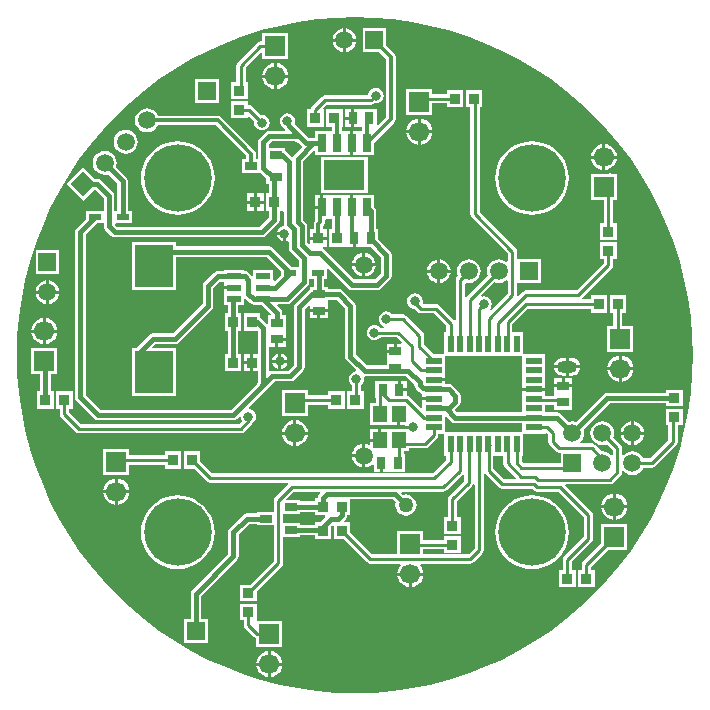
<source format=gtl>
G04 Layer_Physical_Order=1*
G04 Layer_Color=255*
%FSLAX24Y24*%
%MOIN*%
G70*
G01*
G75*
%ADD10R,0.0453X0.0551*%
%ADD11R,0.0390X0.0307*%
%ADD12R,0.0354X0.0374*%
%ADD13R,0.0374X0.0354*%
%ADD14R,0.0433X0.0256*%
%ADD15R,0.0307X0.0390*%
%ADD16R,0.1339X0.0989*%
%ADD17R,0.0276X0.0600*%
%ADD18R,0.0433X0.0197*%
%ADD19R,0.0581X0.0236*%
%ADD20R,0.0236X0.0581*%
%ADD21R,0.0472X0.0236*%
%ADD22R,0.1260X0.1398*%
%ADD23C,0.0100*%
%ADD24C,0.0150*%
%ADD25C,0.0120*%
%ADD26R,0.0669X0.0669*%
%ADD27C,0.0669*%
%ADD28R,0.0591X0.0591*%
%ADD29C,0.0591*%
%ADD30C,0.2244*%
%ADD31P,0.0835X4X90.0*%
%ADD32R,0.0591X0.0591*%
%ADD33O,0.0669X0.0394*%
%ADD34C,0.0315*%
%ADD35C,0.0500*%
G36*
X632Y11249D02*
X1261Y11196D01*
X1887Y11108D01*
X2507Y10984D01*
X3119Y10826D01*
X3721Y10634D01*
X4312Y10409D01*
X4888Y10151D01*
X5450Y9861D01*
X5994Y9540D01*
X6520Y9189D01*
X7025Y8809D01*
X7508Y8401D01*
X7967Y7967D01*
X8401Y7508D01*
X8809Y7025D01*
X9189Y6520D01*
X9540Y5994D01*
X9861Y5450D01*
X10151Y4888D01*
X10409Y4312D01*
X10634Y3721D01*
X10826Y3119D01*
X10984Y2507D01*
X11108Y1887D01*
X11196Y1261D01*
X11249Y632D01*
X11267Y0D01*
X11249Y-632D01*
X11196Y-1261D01*
X11108Y-1887D01*
X10984Y-2507D01*
X10826Y-3119D01*
X10634Y-3721D01*
X10409Y-4312D01*
X10151Y-4888D01*
X9861Y-5450D01*
X9540Y-5994D01*
X9189Y-6520D01*
X8809Y-7025D01*
X8401Y-7508D01*
X7967Y-7967D01*
X7508Y-8401D01*
X7025Y-8809D01*
X6520Y-9189D01*
X5994Y-9540D01*
X5450Y-9861D01*
X4888Y-10151D01*
X4312Y-10409D01*
X3721Y-10634D01*
X3119Y-10826D01*
X2507Y-10984D01*
X1887Y-11108D01*
X1261Y-11196D01*
X632Y-11249D01*
X0Y-11267D01*
X-632Y-11249D01*
X-1261Y-11196D01*
X-1887Y-11108D01*
X-2507Y-10984D01*
X-3119Y-10826D01*
X-3721Y-10634D01*
X-4312Y-10409D01*
X-4888Y-10151D01*
X-5450Y-9861D01*
X-5994Y-9540D01*
X-6520Y-9189D01*
X-7025Y-8809D01*
X-7508Y-8401D01*
X-7967Y-7967D01*
X-8401Y-7508D01*
X-8809Y-7025D01*
X-9189Y-6520D01*
X-9540Y-5994D01*
X-9861Y-5450D01*
X-10151Y-4888D01*
X-10409Y-4312D01*
X-10634Y-3721D01*
X-10826Y-3119D01*
X-10984Y-2507D01*
X-11108Y-1887D01*
X-11196Y-1261D01*
X-11249Y-632D01*
X-11267Y0D01*
X-11249Y632D01*
X-11196Y1261D01*
X-11108Y1887D01*
X-10984Y2507D01*
X-10826Y3119D01*
X-10634Y3721D01*
X-10409Y4312D01*
X-10151Y4888D01*
X-9861Y5450D01*
X-9540Y5994D01*
X-9189Y6520D01*
X-8809Y7025D01*
X-8401Y7508D01*
X-7967Y7967D01*
X-7508Y8401D01*
X-7025Y8809D01*
X-6520Y9189D01*
X-5994Y9540D01*
X-5450Y9861D01*
X-4888Y10151D01*
X-4312Y10409D01*
X-3721Y10634D01*
X-3119Y10826D01*
X-2507Y10984D01*
X-1887Y11108D01*
X-1261Y11196D01*
X-632Y11249D01*
X0Y11267D01*
X632Y11249D01*
D02*
G37*
%LPC*%
G36*
X8800Y-18D02*
X8737Y-27D01*
X8631Y-70D01*
X8540Y-140D01*
X8470Y-231D01*
X8427Y-337D01*
X8418Y-400D01*
X8800D01*
Y-18D01*
D02*
G37*
G36*
X-3263Y-8288D02*
X-3837D01*
Y-8842D01*
X-3703D01*
Y-9000D01*
X-3691Y-9059D01*
X-3658Y-9108D01*
X-3358Y-9408D01*
X-3309Y-9441D01*
X-3285Y-9446D01*
Y-9735D01*
X-2415D01*
Y-8865D01*
X-3223D01*
X-3263Y-8842D01*
X-3263Y-8820D01*
Y-8288D01*
D02*
G37*
G36*
X8900Y-18D02*
Y-400D01*
X9282D01*
X9273Y-337D01*
X9230Y-231D01*
X9160Y-140D01*
X9069Y-70D01*
X8963Y-27D01*
X8900Y-18D01*
D02*
G37*
G36*
X7210Y-92D02*
X7122D01*
Y-341D01*
X7503D01*
X7499Y-313D01*
X7469Y-241D01*
X7422Y-179D01*
X7360Y-132D01*
X7287Y-102D01*
X7210Y-92D01*
D02*
G37*
G36*
X7022D02*
X6934D01*
X6857Y-102D01*
X6785Y-132D01*
X6723Y-179D01*
X6675Y-241D01*
X6645Y-313D01*
X6641Y-341D01*
X7022D01*
Y-92D01*
D02*
G37*
G36*
X9085Y-5615D02*
X8215D01*
Y-6268D01*
X7607Y-6877D01*
X7574Y-6927D01*
X7562Y-6985D01*
Y-7163D01*
X7438D01*
Y-7737D01*
X7992D01*
Y-7163D01*
X7868D01*
Y-7048D01*
X8432Y-6485D01*
X9085D01*
Y-5615D01*
D02*
G37*
G36*
X9282Y-500D02*
X8900D01*
Y-882D01*
X8963Y-873D01*
X9069Y-830D01*
X9160Y-760D01*
X9230Y-669D01*
X9273Y-563D01*
X9282Y-500D01*
D02*
G37*
G36*
X8800D02*
X8418D01*
X8427Y-563D01*
X8470Y-669D01*
X8540Y-760D01*
X8631Y-830D01*
X8737Y-873D01*
X8800Y-882D01*
Y-500D01*
D02*
G37*
G36*
X7238Y-771D02*
X6993D01*
Y-974D01*
X7238D01*
Y-771D01*
D02*
G37*
G36*
X1800Y-7350D02*
X1418D01*
X1427Y-7413D01*
X1470Y-7519D01*
X1540Y-7610D01*
X1631Y-7680D01*
X1737Y-7723D01*
X1800Y-7732D01*
Y-7350D01*
D02*
G37*
G36*
X7503Y-441D02*
X7122D01*
Y-690D01*
X7210D01*
X7287Y-680D01*
X7360Y-650D01*
X7422Y-603D01*
X7469Y-541D01*
X7499Y-468D01*
X7503Y-441D01*
D02*
G37*
G36*
X7022D02*
X6641D01*
X6645Y-468D01*
X6675Y-541D01*
X6723Y-603D01*
X6785Y-650D01*
X6857Y-680D01*
X6934Y-690D01*
X7022D01*
Y-441D01*
D02*
G37*
G36*
X-10300Y1232D02*
Y850D01*
X-9918D01*
X-9927Y913D01*
X-9970Y1019D01*
X-10040Y1110D01*
X-10131Y1180D01*
X-10237Y1223D01*
X-10300Y1232D01*
D02*
G37*
G36*
X-10400D02*
X-10463Y1223D01*
X-10569Y1180D01*
X-10660Y1110D01*
X-10730Y1019D01*
X-10773Y913D01*
X-10782Y850D01*
X-10400D01*
Y1232D01*
D02*
G37*
G36*
X-9918Y750D02*
X-10300D01*
Y368D01*
X-10237Y377D01*
X-10131Y420D01*
X-10040Y490D01*
X-9970Y581D01*
X-9927Y687D01*
X-9918Y750D01*
D02*
G37*
G36*
X-10300Y2050D02*
X-10642D01*
X-10635Y1997D01*
X-10595Y1901D01*
X-10532Y1818D01*
X-10449Y1755D01*
X-10353Y1715D01*
X-10300Y1708D01*
Y2050D01*
D02*
G37*
G36*
X-905Y1424D02*
X-1150D01*
Y1221D01*
X-905D01*
Y1424D01*
D02*
G37*
G36*
X-1250D02*
X-1495D01*
Y1221D01*
X-1250D01*
Y1424D01*
D02*
G37*
G36*
X-10400Y750D02*
X-10782D01*
X-10773Y687D01*
X-10730Y581D01*
X-10660Y490D01*
X-10569Y420D01*
X-10463Y377D01*
X-10400Y368D01*
Y750D01*
D02*
G37*
G36*
X-2418Y-10350D02*
X-2800D01*
Y-10732D01*
X-2737Y-10723D01*
X-2631Y-10680D01*
X-2540Y-10610D01*
X-2470Y-10519D01*
X-2427Y-10413D01*
X-2418Y-10350D01*
D02*
G37*
G36*
X-2900Y-9868D02*
X-2963Y-9877D01*
X-3069Y-9920D01*
X-3160Y-9990D01*
X-3230Y-10081D01*
X-3273Y-10187D01*
X-3282Y-10250D01*
X-2900D01*
Y-9868D01*
D02*
G37*
G36*
X-2800D02*
Y-10250D01*
X-2418D01*
X-2427Y-10187D01*
X-2470Y-10081D01*
X-2540Y-9990D01*
X-2631Y-9920D01*
X-2737Y-9877D01*
X-2800Y-9868D01*
D02*
G37*
G36*
X-2900Y-10350D02*
X-3282D01*
X-3273Y-10413D01*
X-3230Y-10519D01*
X-3160Y-10610D01*
X-3069Y-10680D01*
X-2963Y-10723D01*
X-2900Y-10732D01*
Y-10350D01*
D02*
G37*
G36*
X1300Y379D02*
X1055D01*
Y176D01*
X1300D01*
Y379D01*
D02*
G37*
G36*
X9042Y1987D02*
X8488D01*
Y1413D01*
X8612D01*
Y985D01*
X8415D01*
Y115D01*
X9285D01*
Y985D01*
X8918D01*
Y1413D01*
X9042D01*
Y1987D01*
D02*
G37*
G36*
X6893Y-771D02*
X6648D01*
Y-974D01*
X6893D01*
Y-771D01*
D02*
G37*
G36*
X-8000Y-4118D02*
X-8063Y-4127D01*
X-8169Y-4170D01*
X-8260Y-4240D01*
X-8330Y-4331D01*
X-8373Y-4437D01*
X-8382Y-4500D01*
X-8000D01*
Y-4118D01*
D02*
G37*
G36*
X-7518Y-4600D02*
X-7900D01*
Y-4982D01*
X-7837Y-4973D01*
X-7731Y-4930D01*
X-7640Y-4860D01*
X-7570Y-4769D01*
X-7527Y-4663D01*
X-7518Y-4600D01*
D02*
G37*
G36*
X-8000D02*
X-8382D01*
X-8373Y-4663D01*
X-8330Y-4769D01*
X-8260Y-4860D01*
X-8169Y-4930D01*
X-8063Y-4973D01*
X-8000Y-4982D01*
Y-4600D01*
D02*
G37*
G36*
X250Y-3404D02*
X-92D01*
X-85Y-3457D01*
X-45Y-3553D01*
X18Y-3635D01*
X101Y-3699D01*
X197Y-3739D01*
X250Y-3746D01*
Y-3404D01*
D02*
G37*
G36*
X-7515Y-3115D02*
X-8385D01*
Y-3985D01*
X-7515D01*
Y-3653D01*
X-6342D01*
Y-3787D01*
X-5788D01*
Y-3213D01*
X-6342D01*
Y-3347D01*
X-7515D01*
Y-3115D01*
D02*
G37*
G36*
X-7900Y-4118D02*
Y-4500D01*
X-7518D01*
X-7527Y-4437D01*
X-7570Y-4331D01*
X-7640Y-4240D01*
X-7731Y-4170D01*
X-7837Y-4127D01*
X-7900Y-4118D01*
D02*
G37*
G36*
X8700Y-4618D02*
Y-5000D01*
X9082D01*
X9073Y-4937D01*
X9030Y-4831D01*
X8960Y-4740D01*
X8869Y-4670D01*
X8763Y-4627D01*
X8700Y-4618D01*
D02*
G37*
G36*
X5906Y-4680D02*
X5714Y-4695D01*
X5527Y-4740D01*
X5349Y-4813D01*
X5185Y-4914D01*
X5039Y-5039D01*
X4914Y-5185D01*
X4813Y-5349D01*
X4740Y-5527D01*
X4695Y-5714D01*
X4680Y-5906D01*
X4695Y-6097D01*
X4740Y-6284D01*
X4813Y-6462D01*
X4914Y-6626D01*
X5039Y-6772D01*
X5185Y-6897D01*
X5349Y-6998D01*
X5527Y-7071D01*
X5714Y-7116D01*
X5906Y-7131D01*
X6097Y-7116D01*
X6284Y-7071D01*
X6462Y-6998D01*
X6626Y-6897D01*
X6772Y-6772D01*
X6897Y-6626D01*
X6998Y-6462D01*
X7071Y-6284D01*
X7116Y-6097D01*
X7131Y-5906D01*
X7116Y-5714D01*
X7071Y-5527D01*
X6998Y-5349D01*
X6897Y-5185D01*
X6772Y-5039D01*
X6626Y-4914D01*
X6462Y-4813D01*
X6284Y-4740D01*
X6097Y-4695D01*
X5906Y-4680D01*
D02*
G37*
G36*
X-5906D02*
X-6097Y-4695D01*
X-6284Y-4740D01*
X-6462Y-4813D01*
X-6626Y-4914D01*
X-6772Y-5039D01*
X-6897Y-5185D01*
X-6998Y-5349D01*
X-7071Y-5527D01*
X-7116Y-5714D01*
X-7131Y-5906D01*
X-7116Y-6097D01*
X-7071Y-6284D01*
X-6998Y-6462D01*
X-6897Y-6626D01*
X-6772Y-6772D01*
X-6626Y-6897D01*
X-6462Y-6998D01*
X-6284Y-7071D01*
X-6097Y-7116D01*
X-5906Y-7131D01*
X-5714Y-7116D01*
X-5527Y-7071D01*
X-5349Y-6998D01*
X-5185Y-6897D01*
X-5039Y-6772D01*
X-4914Y-6626D01*
X-4813Y-6462D01*
X-4740Y-6284D01*
X-4695Y-6097D01*
X-4680Y-5906D01*
X-4695Y-5714D01*
X-4740Y-5527D01*
X-4813Y-5349D01*
X-4914Y-5185D01*
X-5039Y-5039D01*
X-5185Y-4914D01*
X-5349Y-4813D01*
X-5527Y-4740D01*
X-5714Y-4695D01*
X-5906Y-4680D01*
D02*
G37*
G36*
X2282Y-7350D02*
X1900D01*
Y-7732D01*
X1963Y-7723D01*
X2069Y-7680D01*
X2160Y-7610D01*
X2230Y-7519D01*
X2273Y-7413D01*
X2282Y-7350D01*
D02*
G37*
G36*
X8600Y-4618D02*
X8537Y-4627D01*
X8431Y-4670D01*
X8340Y-4740D01*
X8270Y-4831D01*
X8227Y-4937D01*
X8218Y-5000D01*
X8600D01*
Y-4618D01*
D02*
G37*
G36*
X9082Y-5100D02*
X8700D01*
Y-5482D01*
X8763Y-5473D01*
X8869Y-5430D01*
X8960Y-5360D01*
X9030Y-5269D01*
X9073Y-5163D01*
X9082Y-5100D01*
D02*
G37*
G36*
X8600D02*
X8218D01*
X8227Y-5163D01*
X8270Y-5269D01*
X8340Y-5360D01*
X8431Y-5430D01*
X8537Y-5473D01*
X8600Y-5482D01*
Y-5100D01*
D02*
G37*
G36*
X9300Y-2208D02*
Y-2550D01*
X9642D01*
X9635Y-2497D01*
X9595Y-2401D01*
X9532Y-2318D01*
X9449Y-2255D01*
X9353Y-2215D01*
X9300Y-2208D01*
D02*
G37*
G36*
X9200D02*
X9147Y-2215D01*
X9051Y-2255D01*
X8968Y-2318D01*
X8905Y-2401D01*
X8865Y-2497D01*
X8858Y-2550D01*
X9200D01*
Y-2208D01*
D02*
G37*
G36*
X-1950Y-2168D02*
Y-2550D01*
X-1568D01*
X-1577Y-2487D01*
X-1620Y-2381D01*
X-1690Y-2290D01*
X-1781Y-2220D01*
X-1887Y-2177D01*
X-1950Y-2168D01*
D02*
G37*
G36*
X1729Y-855D02*
X1526D01*
Y-1100D01*
X1729D01*
Y-855D01*
D02*
G37*
G36*
X-1565Y-1165D02*
X-2435D01*
Y-2035D01*
X-1565D01*
Y-1653D01*
X-892D01*
Y-1787D01*
X-338D01*
Y-1213D01*
X-892D01*
Y-1347D01*
X-1565D01*
Y-1165D01*
D02*
G37*
G36*
X-9915Y235D02*
X-10785D01*
Y-635D01*
X-10493D01*
Y-1213D01*
X-10592D01*
Y-1787D01*
X-10038D01*
Y-1213D01*
X-10137D01*
Y-635D01*
X-9915D01*
Y235D01*
D02*
G37*
G36*
X-2050Y-2168D02*
X-2113Y-2177D01*
X-2219Y-2220D01*
X-2310Y-2290D01*
X-2380Y-2381D01*
X-2423Y-2487D01*
X-2432Y-2550D01*
X-2050D01*
Y-2168D01*
D02*
G37*
G36*
X-1568Y-2650D02*
X-1950D01*
Y-3032D01*
X-1887Y-3023D01*
X-1781Y-2980D01*
X-1690Y-2910D01*
X-1620Y-2819D01*
X-1577Y-2713D01*
X-1568Y-2650D01*
D02*
G37*
G36*
X-2050D02*
X-2432D01*
X-2423Y-2713D01*
X-2380Y-2819D01*
X-2310Y-2910D01*
X-2219Y-2980D01*
X-2113Y-3023D01*
X-2050Y-3032D01*
Y-2650D01*
D02*
G37*
G36*
X250Y-2961D02*
X197Y-2968D01*
X101Y-3008D01*
X18Y-3072D01*
X-45Y-3154D01*
X-85Y-3250D01*
X-92Y-3304D01*
X250D01*
Y-2961D01*
D02*
G37*
G36*
X785Y-2457D02*
X509D01*
Y-2783D01*
X785D01*
Y-2457D01*
D02*
G37*
G36*
X9642Y-2650D02*
X9300D01*
Y-2992D01*
X9353Y-2985D01*
X9449Y-2945D01*
X9532Y-2882D01*
X9595Y-2799D01*
X9635Y-2703D01*
X9642Y-2650D01*
D02*
G37*
G36*
X9200D02*
X8858D01*
X8865Y-2703D01*
X8905Y-2799D01*
X8968Y-2882D01*
X9051Y-2945D01*
X9147Y-2985D01*
X9200Y-2992D01*
Y-2650D01*
D02*
G37*
G36*
X2100Y7882D02*
X2037Y7873D01*
X1931Y7830D01*
X1840Y7760D01*
X1770Y7669D01*
X1727Y7563D01*
X1718Y7500D01*
X2100D01*
Y7882D01*
D02*
G37*
G36*
X-3563Y8462D02*
X-4137D01*
Y7908D01*
X-3563D01*
Y7931D01*
X-3517Y7951D01*
X-3355Y7788D01*
X-3360Y7750D01*
X-3351Y7683D01*
X-3325Y7620D01*
X-3284Y7566D01*
X-3230Y7525D01*
X-3167Y7499D01*
X-3100Y7490D01*
X-3033Y7499D01*
X-2970Y7525D01*
X-2916Y7566D01*
X-2875Y7620D01*
X-2849Y7683D01*
X-2840Y7750D01*
X-2849Y7817D01*
X-2875Y7880D01*
X-2916Y7934D01*
X-2970Y7975D01*
X-3033Y8001D01*
X-3100Y8010D01*
X-3138Y8005D01*
X-3427Y8293D01*
X-3477Y8326D01*
X-3535Y8338D01*
X-3563D01*
Y8462D01*
D02*
G37*
G36*
X2582Y7400D02*
X2200D01*
Y7018D01*
X2263Y7027D01*
X2369Y7070D01*
X2460Y7140D01*
X2530Y7231D01*
X2573Y7337D01*
X2582Y7400D01*
D02*
G37*
G36*
X1045Y10895D02*
X255D01*
Y10105D01*
X815D01*
X1037Y9882D01*
Y7935D01*
X775Y7674D01*
X729Y7693D01*
Y8195D01*
X228D01*
X222Y8195D01*
X178D01*
X172Y8195D01*
X-26D01*
Y7900D01*
Y7605D01*
X172D01*
X178Y7605D01*
X222D01*
X237Y7559D01*
Y7503D01*
X202Y7468D01*
X162Y7468D01*
X112Y7468D01*
X-50D01*
Y7068D01*
Y6668D01*
X112D01*
X138Y6668D01*
X188Y6668D01*
X638D01*
Y7075D01*
X1315Y7752D01*
X1351Y7805D01*
X1363Y7868D01*
Y9950D01*
X1351Y10012D01*
X1315Y10065D01*
X1045Y10335D01*
Y10895D01*
D02*
G37*
G36*
X-126Y7850D02*
X-329D01*
Y7605D01*
X-126D01*
Y7850D01*
D02*
G37*
G36*
X2200Y7882D02*
Y7500D01*
X2582D01*
X2573Y7563D01*
X2530Y7669D01*
X2460Y7760D01*
X2369Y7830D01*
X2263Y7873D01*
X2200Y7882D01*
D02*
G37*
G36*
X8350Y7032D02*
Y6650D01*
X8732D01*
X8723Y6713D01*
X8680Y6819D01*
X8610Y6910D01*
X8519Y6980D01*
X8413Y7023D01*
X8350Y7032D01*
D02*
G37*
G36*
X8250D02*
X8187Y7023D01*
X8081Y6980D01*
X7990Y6910D01*
X7920Y6819D01*
X7877Y6713D01*
X7868Y6650D01*
X8250D01*
Y7032D01*
D02*
G37*
G36*
X8732Y6550D02*
X8350D01*
Y6168D01*
X8413Y6177D01*
X8519Y6220D01*
X8610Y6290D01*
X8680Y6381D01*
X8723Y6487D01*
X8732Y6550D01*
D02*
G37*
G36*
X2100Y7400D02*
X1718D01*
X1727Y7337D01*
X1770Y7231D01*
X1840Y7140D01*
X1931Y7070D01*
X2037Y7027D01*
X2100Y7018D01*
Y7400D01*
D02*
G37*
G36*
X-7636Y7513D02*
X-7739Y7499D01*
X-7835Y7459D01*
X-7918Y7396D01*
X-7981Y7314D01*
X-8021Y7217D01*
X-8034Y7114D01*
X-8021Y7011D01*
X-7981Y6915D01*
X-7918Y6832D01*
X-7835Y6769D01*
X-7739Y6729D01*
X-7636Y6716D01*
X-7533Y6729D01*
X-7436Y6769D01*
X-7354Y6832D01*
X-7291Y6915D01*
X-7251Y7011D01*
X-7237Y7114D01*
X-7251Y7217D01*
X-7291Y7314D01*
X-7354Y7396D01*
X-7436Y7459D01*
X-7533Y7499D01*
X-7636Y7513D01*
D02*
G37*
G36*
X4242Y8837D02*
X3688D01*
Y8263D01*
X3847D01*
Y4700D01*
X3859Y4641D01*
X3892Y4592D01*
X5097Y3387D01*
Y3133D01*
X5047Y3109D01*
X4999Y3145D01*
X4903Y3185D01*
X4800Y3199D01*
X4697Y3185D01*
X4601Y3145D01*
X4518Y3082D01*
X4455Y2999D01*
X4415Y2903D01*
X4401Y2800D01*
X4415Y2697D01*
X4434Y2650D01*
X3719Y1936D01*
X3716Y1930D01*
X3666Y1945D01*
Y2380D01*
X3716Y2412D01*
X3800Y2401D01*
X3903Y2415D01*
X3999Y2455D01*
X4082Y2518D01*
X4145Y2601D01*
X4185Y2697D01*
X4199Y2800D01*
X4185Y2903D01*
X4145Y2999D01*
X4082Y3082D01*
X3999Y3145D01*
X3903Y3185D01*
X3800Y3199D01*
X3697Y3185D01*
X3601Y3145D01*
X3518Y3082D01*
X3455Y2999D01*
X3415Y2903D01*
X3401Y2800D01*
X3415Y2697D01*
X3434Y2650D01*
X3404Y2621D01*
X3371Y2571D01*
X3360Y2513D01*
Y1170D01*
X3310Y1155D01*
X3306Y1161D01*
X2808Y1658D01*
X2759Y1691D01*
X2700Y1703D01*
X2293D01*
X2281Y1712D01*
X2253Y1749D01*
X2260Y1800D01*
X2251Y1867D01*
X2225Y1930D01*
X2184Y1984D01*
X2130Y2025D01*
X2067Y2051D01*
X2000Y2060D01*
X1933Y2051D01*
X1870Y2025D01*
X1816Y1984D01*
X1775Y1930D01*
X1749Y1867D01*
X1740Y1800D01*
X1749Y1733D01*
X1775Y1670D01*
X1816Y1616D01*
X1870Y1575D01*
X1933Y1549D01*
X1992Y1541D01*
X2092Y1442D01*
X2141Y1409D01*
X2200Y1397D01*
X2637D01*
X3045Y989D01*
Y759D01*
X2973D01*
Y20D01*
X2630D01*
X2303Y347D01*
Y650D01*
X2291Y709D01*
X2258Y758D01*
X1708Y1308D01*
X1659Y1341D01*
X1600Y1353D01*
X1257D01*
X1234Y1384D01*
X1180Y1425D01*
X1117Y1451D01*
X1050Y1460D01*
X983Y1451D01*
X920Y1425D01*
X866Y1384D01*
X825Y1330D01*
X799Y1267D01*
X790Y1200D01*
X799Y1133D01*
X825Y1070D01*
X866Y1016D01*
X920Y975D01*
X983Y949D01*
X970Y903D01*
X857D01*
X834Y934D01*
X780Y975D01*
X717Y1001D01*
X650Y1010D01*
X583Y1001D01*
X520Y975D01*
X466Y934D01*
X425Y880D01*
X399Y817D01*
X390Y750D01*
X399Y683D01*
X425Y620D01*
X466Y566D01*
X520Y525D01*
X583Y499D01*
X650Y490D01*
X717Y499D01*
X780Y525D01*
X834Y566D01*
X857Y597D01*
X1387D01*
X1558Y425D01*
X1539Y379D01*
X1400D01*
Y126D01*
X1350D01*
Y76D01*
X1055D01*
Y-128D01*
X1055D01*
Y-172D01*
X1055D01*
Y-347D01*
X399D01*
X28Y24D01*
Y1650D01*
X28Y1650D01*
X15Y1718D01*
X-24Y1776D01*
X-399Y2152D01*
X-457Y2190D01*
X-526Y2204D01*
X-905D01*
Y2279D01*
X-1022D01*
Y2552D01*
X-928D01*
Y2860D01*
X-882Y2879D01*
X-226Y2224D01*
X-226Y2224D01*
X-168Y2185D01*
X-100Y2172D01*
X750D01*
X818Y2185D01*
X876Y2224D01*
X1176Y2524D01*
X1215Y2582D01*
X1228Y2650D01*
Y3350D01*
X1215Y3418D01*
X1176Y3476D01*
X1176Y3476D01*
X779Y3873D01*
Y4195D01*
X704D01*
Y4807D01*
X690Y4875D01*
X652Y4933D01*
X652Y4933D01*
X638Y4947D01*
Y5332D01*
X188D01*
X162Y5332D01*
X112Y5332D01*
X-50D01*
Y4932D01*
X-150D01*
Y5332D01*
X-312D01*
X-338Y5332D01*
X-388Y5332D01*
X-812D01*
X-838Y5332D01*
X-888Y5332D01*
X-1050D01*
Y4932D01*
X-1100D01*
Y4882D01*
X-1338D01*
Y4532D01*
X-1338Y4532D01*
X-1342Y4484D01*
X-1366Y4447D01*
X-1378Y4385D01*
Y4187D01*
X-1492D01*
Y3950D01*
X-1215D01*
X-938D01*
Y4187D01*
X-1052D01*
Y4317D01*
X-1035Y4335D01*
X-999Y4388D01*
X-987Y4450D01*
Y4497D01*
X-952Y4532D01*
X-862Y4532D01*
X-813Y4532D01*
X-763Y4529D01*
Y4187D01*
X-862D01*
Y3613D01*
X-326D01*
X-279Y3605D01*
X-261Y3605D01*
X-76D01*
Y3900D01*
X24D01*
Y3605D01*
X222D01*
X228Y3605D01*
X272D01*
X278Y3605D01*
X543D01*
X872Y3276D01*
Y2724D01*
X676Y2528D01*
X-26D01*
X-1024Y3526D01*
X-1079Y3563D01*
X-1080Y3567D01*
X-1056Y3613D01*
X-938D01*
Y3850D01*
X-1215D01*
X-1492D01*
Y3713D01*
X-1538Y3694D01*
X-1589Y3745D01*
Y4291D01*
X-1603Y4360D01*
X-1641Y4417D01*
X-1641Y4417D01*
X-1722Y4498D01*
Y6476D01*
X-1388Y6810D01*
X-1338Y6789D01*
Y6668D01*
X-888D01*
X-862Y6668D01*
X-812Y6668D01*
X-388D01*
X-362Y6668D01*
X-312Y6668D01*
X-150D01*
Y7068D01*
Y7468D01*
X-312D01*
X-338Y7468D01*
X-387Y7468D01*
X-437Y7470D01*
Y7613D01*
X-408D01*
Y8187D01*
X-962D01*
Y7613D01*
X-763D01*
Y7503D01*
X-798Y7468D01*
X-838Y7468D01*
X-888Y7468D01*
X-1338D01*
Y7246D01*
X-1544D01*
X-1724Y7426D01*
X-1724Y7426D01*
X-2008Y7711D01*
X-1999Y7733D01*
X-1990Y7800D01*
X-1999Y7867D01*
X-2025Y7930D01*
X-2066Y7984D01*
X-2120Y8025D01*
X-2183Y8051D01*
X-2250Y8060D01*
X-2317Y8051D01*
X-2380Y8025D01*
X-2434Y7984D01*
X-2475Y7930D01*
X-2501Y7867D01*
X-2510Y7800D01*
X-2501Y7733D01*
X-2475Y7670D01*
X-2434Y7616D01*
X-2380Y7575D01*
X-2353Y7564D01*
X-2329Y7528D01*
X-2336Y7499D01*
X-2345Y7478D01*
X-2850D01*
X-2850Y7478D01*
X-2918Y7465D01*
X-2976Y7426D01*
X-2976Y7426D01*
X-3176Y7226D01*
X-3215Y7168D01*
X-3228Y7100D01*
Y6528D01*
X-3300D01*
Y6713D01*
X-3313Y6776D01*
X-3348Y6829D01*
X-4456Y7937D01*
X-4509Y7972D01*
X-4571Y7984D01*
X-6568D01*
X-6583Y8021D01*
X-6647Y8103D01*
X-6729Y8167D01*
X-6825Y8206D01*
X-6929Y8220D01*
X-7032Y8206D01*
X-7128Y8167D01*
X-7211Y8103D01*
X-7274Y8021D01*
X-7314Y7925D01*
X-7327Y7821D01*
X-7314Y7718D01*
X-7274Y7622D01*
X-7211Y7539D01*
X-7128Y7476D01*
X-7032Y7436D01*
X-6929Y7423D01*
X-6825Y7436D01*
X-6729Y7476D01*
X-6647Y7539D01*
X-6583Y7622D01*
X-6568Y7658D01*
X-4639D01*
X-3627Y6646D01*
Y6528D01*
X-3780D01*
Y6072D01*
X-3147D01*
X-3147Y6072D01*
Y6072D01*
X-3105Y6052D01*
X-2953Y5901D01*
Y5694D01*
X-2863D01*
Y5387D01*
X-2962D01*
Y4813D01*
X-2863D01*
Y4589D01*
X-3174Y4278D01*
X-7926D01*
X-7999Y4352D01*
X-7979Y4402D01*
X-7431D01*
Y4798D01*
X-7569D01*
Y5811D01*
X-7569Y5811D01*
X-7582Y5880D01*
X-7621Y5938D01*
X-7966Y6283D01*
X-7958Y6304D01*
X-7944Y6407D01*
X-7958Y6510D01*
X-7998Y6606D01*
X-8061Y6689D01*
X-8144Y6752D01*
X-8240Y6792D01*
X-8343Y6806D01*
X-8446Y6792D01*
X-8542Y6752D01*
X-8625Y6689D01*
X-8688Y6606D01*
X-8728Y6510D01*
X-8742Y6407D01*
X-8728Y6304D01*
X-8688Y6208D01*
X-8625Y6125D01*
X-8542Y6062D01*
X-8446Y6022D01*
X-8343Y6008D01*
X-8240Y6022D01*
X-8219Y6031D01*
X-7926Y5738D01*
Y4798D01*
X-8022D01*
Y5300D01*
X-8035Y5368D01*
X-8074Y5426D01*
X-8074Y5426D01*
X-8474Y5826D01*
X-8532Y5865D01*
X-8600Y5878D01*
X-8669D01*
X-9050Y6259D01*
X-9609Y5700D01*
X-9050Y5141D01*
X-8672Y5519D01*
X-8378Y5226D01*
Y4798D01*
X-8969D01*
Y4536D01*
X-9276Y4229D01*
X-9315Y4171D01*
X-9328Y4103D01*
Y-1400D01*
X-9315Y-1468D01*
X-9276Y-1526D01*
X-8676Y-2126D01*
X-8618Y-2165D01*
X-8550Y-2178D01*
X-4050D01*
X-3982Y-2165D01*
X-3924Y-2126D01*
X-3859Y-2061D01*
X-3806Y-2079D01*
X-3801Y-2117D01*
X-3775Y-2180D01*
X-3762Y-2196D01*
X-3863Y-2297D01*
X-9137D01*
X-9532Y-1902D01*
Y-1787D01*
X-9408D01*
Y-1213D01*
X-9962D01*
Y-1787D01*
X-9838D01*
Y-1965D01*
X-9826Y-2023D01*
X-9793Y-2073D01*
X-9308Y-2558D01*
X-9259Y-2591D01*
X-9200Y-2603D01*
X-3800D01*
X-3741Y-2591D01*
X-3692Y-2558D01*
X-3442Y-2308D01*
X-3419Y-2274D01*
X-3366Y-2234D01*
X-3325Y-2180D01*
X-3299Y-2117D01*
X-3290Y-2050D01*
X-3299Y-1983D01*
X-3325Y-1920D01*
X-3366Y-1866D01*
X-3420Y-1825D01*
X-3483Y-1799D01*
X-3521Y-1794D01*
X-3539Y-1741D01*
X-2924Y-1126D01*
X-2924Y-1126D01*
X-2676Y-878D01*
X-2148D01*
X-2079Y-865D01*
X-2022Y-826D01*
X-1724Y-529D01*
X-1724Y-529D01*
X-1685Y-471D01*
X-1672Y-402D01*
Y1526D01*
X-1541Y1657D01*
X-1495Y1637D01*
Y1524D01*
X-1200D01*
Y1474D01*
D01*
Y1524D01*
X-905D01*
Y1728D01*
X-905Y1728D01*
Y1772D01*
X-905D01*
X-905Y1778D01*
Y1847D01*
X-600D01*
X-328Y1576D01*
Y-50D01*
X-315Y-118D01*
X-276Y-176D01*
X39Y-491D01*
X21Y-544D01*
X-17Y-549D01*
X-80Y-575D01*
X-134Y-616D01*
X-175Y-670D01*
X-201Y-733D01*
X-210Y-800D01*
X-201Y-867D01*
X-175Y-930D01*
X-134Y-984D01*
X-103Y-1007D01*
Y-1213D01*
X-262D01*
Y-1787D01*
X292D01*
Y-1213D01*
X203D01*
Y-1007D01*
X234Y-984D01*
X275Y-930D01*
X301Y-867D01*
X310Y-800D01*
X303Y-751D01*
X311Y-735D01*
X330Y-713D01*
X343Y-704D01*
X1702D01*
X1974Y-977D01*
Y-1005D01*
X1988Y-1073D01*
X2027Y-1131D01*
X2129Y-1233D01*
X2129Y-1233D01*
X2187Y-1272D01*
X2234Y-1282D01*
Y-1407D01*
X2625D01*
Y-1507D01*
X2234D01*
Y-1741D01*
X2188Y-1760D01*
X1820Y-1392D01*
X1771Y-1359D01*
X1729Y-1350D01*
Y-1200D01*
X1476D01*
Y-1150D01*
X1426D01*
Y-855D01*
X1222D01*
X1222Y-855D01*
X1178D01*
Y-855D01*
X1172Y-855D01*
X671D01*
Y-1445D01*
X697D01*
Y-1591D01*
X509D01*
Y-2343D01*
X1415D01*
Y-1967D01*
X1515D01*
Y-2343D01*
X1660D01*
X1667Y-2350D01*
X1950D01*
Y-2450D01*
X1667D01*
X1660Y-2457D01*
X885D01*
Y-2833D01*
X835D01*
Y-2883D01*
X509D01*
Y-2958D01*
X459Y-2991D01*
X404Y-2968D01*
X350Y-2961D01*
Y-3354D01*
Y-3746D01*
X404Y-3739D01*
X500Y-3699D01*
X571Y-3644D01*
X621Y-3661D01*
Y-3895D01*
X824D01*
Y-3600D01*
X924D01*
Y-3895D01*
X1128D01*
Y-3895D01*
X1172D01*
Y-3895D01*
X1679D01*
Y-3305D01*
X1622D01*
Y-3209D01*
X1791D01*
Y-3103D01*
X2343D01*
X2402Y-3091D01*
X2451Y-3058D01*
X2733Y-2777D01*
X2766Y-2727D01*
X2778Y-2668D01*
Y-2620D01*
X2973D01*
Y-3359D01*
X3045D01*
Y-3489D01*
X2587Y-3947D01*
X-4772D01*
X-5158Y-3561D01*
Y-3213D01*
X-5712D01*
Y-3787D01*
X-5364D01*
X-4943Y-4208D01*
X-4894Y-4241D01*
X-4835Y-4253D01*
X-2238D01*
X-2233Y-4259D01*
X-2219Y-4303D01*
X-2658Y-4742D01*
X-2691Y-4791D01*
X-2703Y-4850D01*
Y-5222D01*
X-3280D01*
Y-5272D01*
X-3600D01*
X-3668Y-5285D01*
X-3726Y-5324D01*
X-4176Y-5774D01*
X-4215Y-5832D01*
X-4228Y-5900D01*
Y-6626D01*
X-5426Y-7824D01*
X-5465Y-7882D01*
X-5478Y-7950D01*
Y-8805D01*
X-5695D01*
Y-9595D01*
X-4905D01*
Y-8805D01*
X-5122D01*
Y-8024D01*
X-3924Y-6826D01*
X-3885Y-6768D01*
X-3872Y-6700D01*
X-3872Y-6700D01*
Y-5974D01*
X-3526Y-5628D01*
X-3280D01*
Y-5678D01*
X-2703D01*
Y-6872D01*
X-3489Y-7658D01*
X-3837D01*
Y-8212D01*
X-3263D01*
Y-7864D01*
X-2442Y-7043D01*
X-2409Y-6994D01*
X-2397Y-6935D01*
Y-6056D01*
X-1820D01*
Y-6006D01*
X-1342D01*
Y-6137D01*
X-788D01*
Y-5704D01*
X-762Y-5684D01*
X-712Y-5706D01*
Y-6137D01*
X-364D01*
X407Y-6908D01*
X456Y-6941D01*
X515Y-6953D01*
X1512D01*
X1530Y-7003D01*
X1470Y-7081D01*
X1427Y-7187D01*
X1418Y-7250D01*
X2282D01*
X2273Y-7187D01*
X2230Y-7081D01*
X2170Y-7003D01*
X2188Y-6953D01*
X3850D01*
X3909Y-6941D01*
X3958Y-6908D01*
X4251Y-6616D01*
X4284Y-6566D01*
X4295Y-6507D01*
Y-3975D01*
X4345Y-3960D01*
X4349Y-3966D01*
X4792Y-4408D01*
X4841Y-4441D01*
X4900Y-4453D01*
X5904D01*
X5959Y-4508D01*
X6009Y-4541D01*
X6067Y-4553D01*
X6787D01*
X7632Y-5398D01*
Y-6052D01*
X6977Y-6707D01*
X6944Y-6756D01*
X6932Y-6815D01*
Y-7163D01*
X6808D01*
Y-7737D01*
X7362D01*
Y-7163D01*
X7238D01*
Y-6878D01*
X7893Y-6223D01*
X7926Y-6173D01*
X7938Y-6115D01*
Y-5335D01*
X7926Y-5277D01*
X7893Y-5227D01*
X7015Y-4349D01*
X7035Y-4303D01*
X8500D01*
X8559Y-4291D01*
X8608Y-4258D01*
X8858Y-4008D01*
X8891Y-3959D01*
X8903Y-3900D01*
Y-3879D01*
X8953Y-3862D01*
X8968Y-3882D01*
X9051Y-3945D01*
X9147Y-3985D01*
X9250Y-3999D01*
X9353Y-3985D01*
X9449Y-3945D01*
X9532Y-3882D01*
X9595Y-3799D01*
X9614Y-3753D01*
X9900D01*
X9959Y-3741D01*
X10008Y-3708D01*
X10708Y-3008D01*
X10741Y-2959D01*
X10753Y-2900D01*
Y-2342D01*
X10937D01*
Y-1788D01*
X10363D01*
Y-2342D01*
X10447D01*
Y-2837D01*
X9837Y-3447D01*
X9614D01*
X9595Y-3401D01*
X9532Y-3318D01*
X9449Y-3255D01*
X9353Y-3215D01*
X9250Y-3201D01*
X9147Y-3215D01*
X9051Y-3255D01*
X8968Y-3318D01*
X8953Y-3338D01*
X8903Y-3321D01*
Y-3100D01*
X8891Y-3041D01*
X8858Y-2992D01*
X8616Y-2750D01*
X8635Y-2703D01*
X8649Y-2600D01*
X8635Y-2497D01*
X8595Y-2401D01*
X8532Y-2318D01*
X8449Y-2255D01*
X8353Y-2215D01*
X8250Y-2201D01*
X8147Y-2215D01*
X8051Y-2255D01*
X7968Y-2318D01*
X7905Y-2401D01*
X7865Y-2497D01*
X7851Y-2600D01*
X7865Y-2703D01*
X7905Y-2799D01*
X7968Y-2882D01*
X8051Y-2945D01*
X8147Y-2985D01*
X8250Y-2999D01*
X8353Y-2985D01*
X8400Y-2966D01*
X8597Y-3163D01*
Y-3321D01*
X8547Y-3338D01*
X8532Y-3318D01*
X8449Y-3255D01*
X8353Y-3215D01*
X8250Y-3201D01*
X8221Y-3205D01*
X8008Y-2992D01*
X7959Y-2959D01*
X7900Y-2947D01*
X7529D01*
X7512Y-2897D01*
X7532Y-2882D01*
X7595Y-2799D01*
X7635Y-2703D01*
X7649Y-2600D01*
X7635Y-2497D01*
X7626Y-2476D01*
X8489Y-1613D01*
X10363D01*
Y-1712D01*
X10937D01*
Y-1158D01*
X10363D01*
Y-1257D01*
X8415D01*
X8415Y-1257D01*
X8347Y-1270D01*
X8289Y-1309D01*
X8289Y-1309D01*
X7374Y-2224D01*
X7353Y-2215D01*
X7250Y-2201D01*
X7147Y-2215D01*
X7126Y-2224D01*
X6864Y-1961D01*
X6806Y-1923D01*
X6737Y-1909D01*
X6352D01*
Y-1657D01*
X6648D01*
Y-1829D01*
X7238D01*
Y-1328D01*
X7238Y-1322D01*
Y-1278D01*
X7238Y-1272D01*
Y-1074D01*
X6943D01*
X6648D01*
Y-1272D01*
X6648Y-1278D01*
Y-1322D01*
X6608Y-1351D01*
X6352D01*
Y-1193D01*
X5571D01*
Y-1361D01*
Y-1676D01*
Y-1909D01*
X3414D01*
X3325Y-1820D01*
X3469Y-1676D01*
X3508Y-1618D01*
X3522Y-1550D01*
Y-1350D01*
X3508Y-1282D01*
X3469Y-1224D01*
X3262Y-1016D01*
X3204Y-978D01*
X3136Y-964D01*
X3015D01*
Y-878D01*
X2625D01*
Y-778D01*
X3015D01*
Y-731D01*
Y-416D01*
Y-22D01*
X5571D01*
Y-416D01*
Y-731D01*
Y-1046D01*
Y-1093D01*
X6352D01*
Y-731D01*
Y-416D01*
Y20D01*
X5614D01*
Y759D01*
X5240D01*
Y1024D01*
X5763Y1547D01*
X7858D01*
Y1413D01*
X8412D01*
Y1987D01*
X7858D01*
Y1853D01*
X7588D01*
X7583Y1859D01*
X7569Y1903D01*
X8558Y2892D01*
X8591Y2941D01*
X8603Y3000D01*
Y3208D01*
X8737D01*
Y3762D01*
X8163D01*
Y3208D01*
X8297D01*
Y3063D01*
X7387Y2153D01*
X5700D01*
X5641Y2141D01*
X5592Y2108D01*
X5447Y1963D01*
X5400Y1987D01*
X5403Y2000D01*
Y2355D01*
X5405Y2405D01*
X5453Y2405D01*
X6195D01*
Y3195D01*
X5405Y3195D01*
X5403Y3245D01*
Y3450D01*
X5391Y3509D01*
X5358Y3558D01*
X4153Y4763D01*
Y8263D01*
X4242D01*
Y8837D01*
D02*
G37*
G36*
X-126Y8195D02*
X-329D01*
Y7950D01*
X-126D01*
Y8195D01*
D02*
G37*
G36*
X-400Y10450D02*
X-742D01*
X-735Y10397D01*
X-695Y10301D01*
X-632Y10218D01*
X-549Y10155D01*
X-453Y10115D01*
X-400Y10108D01*
Y10450D01*
D02*
G37*
G36*
X-2215Y10735D02*
X-3085D01*
Y10453D01*
X-3150D01*
X-3209Y10441D01*
X-3258Y10408D01*
X-3908Y9758D01*
X-3941Y9709D01*
X-3953Y9650D01*
Y9092D01*
X-4137D01*
Y8538D01*
X-3563D01*
Y9092D01*
X-3647D01*
Y9587D01*
X-3135Y10099D01*
X-3085Y10078D01*
Y9865D01*
X-2215D01*
Y10735D01*
D02*
G37*
G36*
X-2600Y9732D02*
Y9350D01*
X-2218D01*
X-2227Y9413D01*
X-2270Y9519D01*
X-2340Y9610D01*
X-2431Y9680D01*
X-2537Y9723D01*
X-2600Y9732D01*
D02*
G37*
G36*
X-300Y10892D02*
Y10550D01*
X42D01*
X35Y10603D01*
X-5Y10699D01*
X-68Y10782D01*
X-151Y10845D01*
X-247Y10885D01*
X-300Y10892D01*
D02*
G37*
G36*
X-400D02*
X-453Y10885D01*
X-549Y10845D01*
X-632Y10782D01*
X-695Y10699D01*
X-735Y10603D01*
X-742Y10550D01*
X-400D01*
Y10892D01*
D02*
G37*
G36*
X42Y10450D02*
X-300D01*
Y10108D01*
X-247Y10115D01*
X-151Y10155D01*
X-68Y10218D01*
X-5Y10301D01*
X35Y10397D01*
X42Y10450D01*
D02*
G37*
G36*
X-4541Y9187D02*
X-5331D01*
Y8397D01*
X-4541D01*
Y9187D01*
D02*
G37*
G36*
X700Y8910D02*
X633Y8901D01*
X570Y8875D01*
X516Y8834D01*
X475Y8780D01*
X449Y8717D01*
X441Y8653D01*
X-1000D01*
X-1059Y8641D01*
X-1108Y8608D01*
X-1423Y8293D01*
X-1456Y8244D01*
X-1468Y8187D01*
X-1592D01*
Y7613D01*
X-1038D01*
Y8187D01*
X-1038D01*
X-1055Y8229D01*
X-937Y8347D01*
X550D01*
X609Y8359D01*
X658Y8392D01*
X662Y8395D01*
X700Y8390D01*
X767Y8399D01*
X830Y8425D01*
X884Y8466D01*
X925Y8520D01*
X951Y8583D01*
X960Y8650D01*
X951Y8717D01*
X925Y8780D01*
X884Y8834D01*
X830Y8875D01*
X767Y8901D01*
X700Y8910D01*
D02*
G37*
G36*
X2585Y8885D02*
X1715D01*
Y8015D01*
X2585D01*
Y8397D01*
X3058D01*
Y8263D01*
X3612D01*
Y8837D01*
X3058D01*
Y8703D01*
X2585D01*
Y8885D01*
D02*
G37*
G36*
X-2700Y9732D02*
X-2763Y9723D01*
X-2869Y9680D01*
X-2960Y9610D01*
X-3030Y9519D01*
X-3073Y9413D01*
X-3082Y9350D01*
X-2700D01*
Y9732D01*
D02*
G37*
G36*
X-2218Y9250D02*
X-2600D01*
Y8868D01*
X-2537Y8877D01*
X-2431Y8920D01*
X-2340Y8990D01*
X-2270Y9081D01*
X-2227Y9187D01*
X-2218Y9250D01*
D02*
G37*
G36*
X-2700D02*
X-3082D01*
X-3073Y9187D01*
X-3030Y9081D01*
X-2960Y8990D01*
X-2869Y8920D01*
X-2763Y8877D01*
X-2700Y8868D01*
Y9250D01*
D02*
G37*
G36*
X2850Y3192D02*
Y2850D01*
X3192D01*
X3185Y2903D01*
X3145Y2999D01*
X3082Y3082D01*
X2999Y3145D01*
X2903Y3185D01*
X2850Y3192D01*
D02*
G37*
G36*
X2750D02*
X2697Y3185D01*
X2601Y3145D01*
X2518Y3082D01*
X2455Y2999D01*
X2415Y2903D01*
X2408Y2850D01*
X2750D01*
Y3192D01*
D02*
G37*
G36*
X-9855Y3495D02*
X-10645D01*
Y2705D01*
X-9855D01*
Y3495D01*
D02*
G37*
G36*
X250Y3407D02*
X197Y3400D01*
X101Y3360D01*
X18Y3296D01*
X-45Y3214D01*
X-85Y3118D01*
X-92Y3065D01*
X250D01*
Y3407D01*
D02*
G37*
G36*
X-5906Y7131D02*
X-6097Y7116D01*
X-6284Y7071D01*
X-6462Y6998D01*
X-6626Y6897D01*
X-6772Y6772D01*
X-6897Y6626D01*
X-6998Y6462D01*
X-7071Y6284D01*
X-7116Y6097D01*
X-7131Y5906D01*
X-7116Y5714D01*
X-7071Y5527D01*
X-6998Y5349D01*
X-6897Y5185D01*
X-6772Y5039D01*
X-6626Y4914D01*
X-6462Y4813D01*
X-6284Y4740D01*
X-6097Y4695D01*
X-5906Y4680D01*
X-5714Y4695D01*
X-5527Y4740D01*
X-5349Y4813D01*
X-5185Y4914D01*
X-5039Y5039D01*
X-4914Y5185D01*
X-4813Y5349D01*
X-4740Y5527D01*
X-4695Y5714D01*
X-4680Y5906D01*
X-4695Y6097D01*
X-4740Y6284D01*
X-4813Y6462D01*
X-4914Y6626D01*
X-5039Y6772D01*
X-5185Y6897D01*
X-5349Y6998D01*
X-5527Y7071D01*
X-5714Y7116D01*
X-5906Y7131D01*
D02*
G37*
G36*
X8500Y6053D02*
X8441Y6041D01*
X8432Y6035D01*
X7865D01*
Y5165D01*
X8297D01*
Y4392D01*
X8163D01*
Y3838D01*
X8737D01*
Y4392D01*
X8603D01*
Y5165D01*
X8735D01*
Y6035D01*
X8568D01*
X8559Y6041D01*
X8500Y6053D01*
D02*
G37*
G36*
X350Y3407D02*
Y3065D01*
X693D01*
X685Y3118D01*
X646Y3214D01*
X582Y3296D01*
X500Y3360D01*
X404Y3400D01*
X350Y3407D01*
D02*
G37*
G36*
X-10200Y2492D02*
Y2150D01*
X-9858D01*
X-9865Y2203D01*
X-9905Y2299D01*
X-9968Y2382D01*
X-10051Y2445D01*
X-10147Y2485D01*
X-10200Y2492D01*
D02*
G37*
G36*
X-10300D02*
X-10353Y2485D01*
X-10449Y2445D01*
X-10532Y2382D01*
X-10595Y2299D01*
X-10635Y2203D01*
X-10642Y2150D01*
X-10300D01*
Y2492D01*
D02*
G37*
G36*
X-9858Y2050D02*
X-10200D01*
Y1708D01*
X-10147Y1715D01*
X-10051Y1755D01*
X-9968Y1818D01*
X-9905Y1901D01*
X-9865Y1997D01*
X-9858Y2050D01*
D02*
G37*
G36*
X2750Y2750D02*
X2408D01*
X2415Y2697D01*
X2455Y2601D01*
X2518Y2518D01*
X2601Y2455D01*
X2697Y2415D01*
X2750Y2408D01*
Y2750D01*
D02*
G37*
G36*
X693Y2965D02*
X350D01*
Y2622D01*
X404Y2629D01*
X500Y2669D01*
X582Y2733D01*
X646Y2815D01*
X685Y2911D01*
X693Y2965D01*
D02*
G37*
G36*
X250D02*
X-92D01*
X-85Y2911D01*
X-45Y2815D01*
X18Y2733D01*
X101Y2669D01*
X197Y2629D01*
X250Y2622D01*
Y2965D01*
D02*
G37*
G36*
X3192Y2750D02*
X2850D01*
Y2408D01*
X2903Y2415D01*
X2999Y2455D01*
X3082Y2518D01*
X3145Y2601D01*
X3185Y2697D01*
X3192Y2750D01*
D02*
G37*
G36*
X5906Y7131D02*
X5714Y7116D01*
X5527Y7071D01*
X5349Y6998D01*
X5185Y6897D01*
X5039Y6772D01*
X4914Y6626D01*
X4813Y6462D01*
X4740Y6284D01*
X4695Y6097D01*
X4680Y5906D01*
X4695Y5714D01*
X4740Y5527D01*
X4813Y5349D01*
X4914Y5185D01*
X5039Y5039D01*
X5185Y4914D01*
X5349Y4813D01*
X5527Y4740D01*
X5714Y4695D01*
X5906Y4680D01*
X6097Y4695D01*
X6284Y4740D01*
X6462Y4813D01*
X6626Y4914D01*
X6772Y5039D01*
X6897Y5185D01*
X6998Y5349D01*
X7071Y5527D01*
X7116Y5714D01*
X7131Y5906D01*
X7116Y6097D01*
X7071Y6284D01*
X6998Y6462D01*
X6897Y6626D01*
X6772Y6772D01*
X6626Y6897D01*
X6462Y6998D01*
X6284Y7071D01*
X6097Y7116D01*
X5906Y7131D01*
D02*
G37*
G36*
X420Y6595D02*
X-1120D01*
Y5405D01*
X420D01*
Y6595D01*
D02*
G37*
G36*
X-3038Y5050D02*
X-3265D01*
Y4813D01*
X-3038D01*
Y5050D01*
D02*
G37*
G36*
X-1150Y5332D02*
X-1338D01*
Y4982D01*
X-1150D01*
Y5332D01*
D02*
G37*
G36*
X-3038Y5387D02*
X-3265D01*
Y5150D01*
X-3038D01*
Y5387D01*
D02*
G37*
G36*
X8250Y6550D02*
X7868D01*
X7877Y6487D01*
X7920Y6381D01*
X7990Y6290D01*
X8081Y6220D01*
X8187Y6177D01*
X8250Y6168D01*
Y6550D01*
D02*
G37*
G36*
X-3365Y5050D02*
X-3592D01*
Y4813D01*
X-3365D01*
Y5050D01*
D02*
G37*
G36*
Y5387D02*
X-3592D01*
Y5150D01*
X-3365D01*
Y5387D01*
D02*
G37*
%LPD*%
G36*
X3641Y-3983D02*
X3647Y-3988D01*
Y-4187D01*
X3142Y-4692D01*
X3109Y-4741D01*
X3097Y-4800D01*
Y-5408D01*
X2963D01*
Y-5962D01*
X3537D01*
Y-5408D01*
X3403D01*
Y-4863D01*
X3908Y-4358D01*
X3940Y-4311D01*
X3943Y-4310D01*
X3990Y-4331D01*
Y-6444D01*
X3787Y-6647D01*
X2285D01*
Y-6468D01*
X2963D01*
Y-6592D01*
X3537D01*
Y-6038D01*
X2963D01*
Y-6162D01*
X2285D01*
Y-5865D01*
X1415D01*
Y-6647D01*
X578D01*
X-158Y-5911D01*
Y-5563D01*
X-345D01*
X-364Y-5517D01*
X-309Y-5461D01*
X-309Y-5461D01*
X-270Y-5403D01*
X-257Y-5337D01*
X-158D01*
Y-4803D01*
X1251D01*
X1359Y-4911D01*
X1347Y-5000D01*
X1359Y-5091D01*
X1394Y-5177D01*
X1450Y-5250D01*
X1523Y-5306D01*
X1609Y-5341D01*
X1700Y-5353D01*
X1791Y-5341D01*
X1877Y-5306D01*
X1950Y-5250D01*
X2006Y-5177D01*
X2041Y-5091D01*
X2053Y-5000D01*
X2041Y-4909D01*
X2006Y-4823D01*
X1950Y-4750D01*
X1877Y-4694D01*
X1791Y-4659D01*
X1700Y-4647D01*
X1611Y-4659D01*
X1551Y-4599D01*
X1571Y-4553D01*
X2950D01*
X3009Y-4541D01*
X3058Y-4508D01*
X3597Y-3969D01*
X3641Y-3983D01*
D02*
G37*
G36*
X-2974Y-696D02*
X-2971Y-719D01*
X-2965Y-736D01*
X-2958Y-748D01*
X-2948Y-755D01*
X-2937Y-757D01*
X-2923Y-753D01*
X-2907Y-745D01*
X-2889Y-732D01*
X-2869Y-713D01*
X-2997Y-1053D01*
X-3231Y-1075D01*
X-3211Y-1053D01*
X-3193Y-1031D01*
X-3177Y-1007D01*
X-3163Y-983D01*
X-3152Y-958D01*
X-3142Y-932D01*
X-3135Y-905D01*
X-3129Y-877D01*
X-3126Y-848D01*
X-3125Y-819D01*
X-2975Y-669D01*
X-2974Y-696D01*
D02*
G37*
G36*
X-1988Y7120D02*
X-1968Y7116D01*
X-1949Y7111D01*
X-1931Y7104D01*
X-1914Y7096D01*
X-1896Y7086D01*
X-1880Y7075D01*
X-1868Y7065D01*
X-1752Y6950D01*
X-2026Y6676D01*
X-2057Y6630D01*
X-2101Y6618D01*
X-2116Y6618D01*
X-2302Y6804D01*
X-2320Y6816D01*
Y6906D01*
X-2872D01*
Y7026D01*
X-2776Y7122D01*
X-2003D01*
X-1988Y7120D01*
D02*
G37*
G36*
X5097Y2467D02*
Y2063D01*
X4535Y1502D01*
X4498Y1535D01*
X4525Y1570D01*
X4551Y1633D01*
X4560Y1700D01*
X4551Y1767D01*
X4525Y1830D01*
X4484Y1884D01*
X4430Y1925D01*
X4367Y1951D01*
X4300Y1960D01*
X4239Y1952D01*
X4228Y1963D01*
X4213Y1997D01*
X4650Y2434D01*
X4697Y2415D01*
X4800Y2401D01*
X4903Y2415D01*
X4999Y2455D01*
X5047Y2491D01*
X5097Y2467D01*
D02*
G37*
G36*
X-1342Y-5337D02*
X-1005D01*
X-986Y-5383D01*
X-1165Y-5563D01*
X-1342D01*
Y-5650D01*
X-1820D01*
Y-5600D01*
X-2397D01*
Y-5300D01*
X-1820D01*
Y-5228D01*
X-1342D01*
Y-5337D01*
D02*
G37*
G36*
X6447Y-2663D02*
Y-2900D01*
X6459Y-2959D01*
X6492Y-3008D01*
X6692Y-3208D01*
X6741Y-3241D01*
X6800Y-3253D01*
X6855D01*
Y-3597D01*
X5613D01*
X5555Y-3539D01*
Y-3359D01*
X5614D01*
Y-2620D01*
X6352D01*
Y-2620D01*
X6389Y-2605D01*
X6447Y-2663D01*
D02*
G37*
G36*
X3214Y-2214D02*
X3272Y-2252D01*
X3340Y-2266D01*
X5571D01*
Y-2578D01*
X3015D01*
Y-2080D01*
X3061Y-2061D01*
X3214Y-2214D01*
D02*
G37*
G36*
X-2408Y4813D02*
X-2378Y4775D01*
Y4370D01*
X-2373Y4343D01*
X-2402Y4303D01*
X-2417Y4301D01*
X-2480Y4275D01*
X-2534Y4234D01*
X-2575Y4180D01*
X-2601Y4117D01*
X-2603Y4100D01*
X-2350D01*
Y4050D01*
X-2300D01*
Y3797D01*
X-2283Y3799D01*
X-2246Y3814D01*
X-2196Y3784D01*
Y3568D01*
X-2182Y3499D01*
X-2144Y3441D01*
X-1878Y3176D01*
Y2948D01*
X-2096D01*
X-2724Y3576D01*
X-2782Y3615D01*
X-2850Y3628D01*
X-5970D01*
Y3770D01*
X-7430D01*
Y2173D01*
X-5970D01*
Y3272D01*
X-2924D01*
X-2467Y2814D01*
Y2686D01*
X-2675Y2477D01*
X-2722Y2496D01*
Y2842D01*
X-3394D01*
Y2667D01*
X-3444Y2646D01*
X-3548Y2750D01*
X-3606Y2789D01*
X-3674Y2802D01*
X-3706D01*
Y2842D01*
X-4378D01*
Y2802D01*
X-4576D01*
X-4576Y2802D01*
X-4644Y2789D01*
X-4702Y2750D01*
X-5026Y2426D01*
X-5065Y2368D01*
X-5078Y2300D01*
Y1724D01*
X-6074Y728D01*
X-6728D01*
X-6797Y715D01*
X-6855Y676D01*
X-6855Y676D01*
X-7304Y227D01*
X-7430D01*
Y-1370D01*
X-5970D01*
Y227D01*
X-6734D01*
X-6753Y273D01*
X-6654Y372D01*
X-6000D01*
X-5932Y385D01*
X-5874Y424D01*
X-4774Y1524D01*
X-4735Y1582D01*
X-4722Y1650D01*
X-4722Y1650D01*
Y2226D01*
X-4502Y2446D01*
X-4378D01*
Y2300D01*
X-4042D01*
Y2200D01*
X-4378D01*
Y2032D01*
Y1658D01*
X-4243D01*
Y1387D01*
X-4342D01*
Y813D01*
X-4243D01*
Y37D01*
X-4342D01*
Y-537D01*
X-3788D01*
Y37D01*
X-3887D01*
Y813D01*
X-3788D01*
Y1387D01*
X-3887D01*
Y1658D01*
X-3706D01*
Y1883D01*
X-3656Y1904D01*
X-3502Y1750D01*
X-3502Y1750D01*
X-3444Y1711D01*
X-3394Y1701D01*
Y1658D01*
X-3092D01*
X-2813Y1379D01*
X-2834Y1329D01*
X-2895D01*
Y1068D01*
X-2945Y1047D01*
X-3124Y1226D01*
X-3158Y1249D01*
Y1387D01*
X-3712D01*
Y813D01*
X-3228D01*
Y37D01*
X-3385D01*
Y-250D01*
Y-537D01*
X-3228D01*
Y-847D01*
X-3230Y-862D01*
X-3234Y-882D01*
X-3239Y-901D01*
X-3246Y-919D01*
X-3254Y-936D01*
X-3264Y-953D01*
X-3275Y-970D01*
X-3285Y-982D01*
X-4124Y-1822D01*
X-8476D01*
X-8972Y-1326D01*
Y4029D01*
X-8599Y4402D01*
X-8378D01*
Y4300D01*
X-8365Y4232D01*
X-8326Y4174D01*
X-8126Y3974D01*
X-8126Y3974D01*
X-8068Y3935D01*
X-8000Y3922D01*
X-8000Y3922D01*
X-3100D01*
X-3032Y3935D01*
X-2974Y3974D01*
X-2559Y4389D01*
X-2559Y4389D01*
X-2520Y4447D01*
X-2507Y4515D01*
Y4813D01*
X-2408D01*
D02*
G37*
G36*
X-1797Y7353D02*
X-1775Y7119D01*
X-1797Y7139D01*
X-1819Y7157D01*
X-1843Y7173D01*
X-1867Y7187D01*
X-1892Y7198D01*
X-1918Y7208D01*
X-1945Y7215D01*
X-1973Y7221D01*
X-2001Y7224D01*
X-2031Y7225D01*
X-2181Y7375D01*
X-2154Y7376D01*
X-2131Y7379D01*
X-2114Y7385D01*
X-2102Y7392D01*
X-2095Y7402D01*
X-2093Y7413D01*
X-2097Y7427D01*
X-2105Y7443D01*
X-2118Y7461D01*
X-2137Y7481D01*
X-1797Y7353D01*
D02*
G37*
G36*
X-1201Y6993D02*
X-1231Y6992D01*
X-1259Y6988D01*
X-1287Y6983D01*
X-1314Y6976D01*
X-1340Y6966D01*
X-1365Y6955D01*
X-1390Y6941D01*
X-1413Y6925D01*
X-1436Y6907D01*
X-1457Y6887D01*
X-1669D01*
X-1633Y6925D01*
X-1620Y6941D01*
X-1610Y6955D01*
X-1603Y6966D01*
X-1600Y6976D01*
X-1600Y6983D01*
X-1602Y6988D01*
X-1608Y6992D01*
X-1618Y6993D01*
X-1382Y7143D01*
X-1201Y6993D01*
D02*
G37*
G36*
X-1378Y2279D02*
X-1495D01*
Y2189D01*
X-1551Y2152D01*
X-1551Y2152D01*
X-1976Y1726D01*
X-2015Y1668D01*
X-2028Y1600D01*
Y-328D01*
X-2222Y-522D01*
X-2750D01*
X-2818Y-535D01*
X-2827Y-541D01*
X-2872Y-518D01*
Y271D01*
X-2650D01*
Y524D01*
X-2600D01*
Y574D01*
X-2305D01*
Y778D01*
X-2305D01*
Y822D01*
X-2305D01*
Y1329D01*
X-2422D01*
Y1418D01*
X-2422Y1418D01*
X-2435Y1486D01*
X-2474Y1544D01*
X-2474Y1544D01*
X-2581Y1651D01*
X-2562Y1698D01*
X-2274D01*
X-2206Y1711D01*
X-2148Y1750D01*
X-1574Y2324D01*
X-1574Y2324D01*
X-1535Y2382D01*
X-1522Y2450D01*
Y2552D01*
X-1378D01*
Y2279D01*
D02*
G37*
G36*
X4934Y-3587D02*
X4946Y-3646D01*
X4979Y-3696D01*
X5385Y-4101D01*
X5365Y-4147D01*
X4963D01*
X4610Y-3794D01*
Y-3359D01*
X4934D01*
Y-3587D01*
D02*
G37*
G36*
X-1151Y-4599D02*
X-1191Y-4639D01*
X-1230Y-4697D01*
X-1243Y-4763D01*
X-1342D01*
Y-4872D01*
X-1820D01*
Y-4844D01*
X-2262D01*
X-2282Y-4798D01*
X-2037Y-4553D01*
X-1171D01*
X-1151Y-4599D01*
D02*
G37*
%LPC*%
G36*
X-2400Y4000D02*
X-2603D01*
X-2601Y3983D01*
X-2575Y3920D01*
X-2534Y3866D01*
X-2480Y3825D01*
X-2417Y3799D01*
X-2400Y3797D01*
Y4000D01*
D02*
G37*
G36*
X-3485Y-300D02*
X-3712D01*
Y-537D01*
X-3485D01*
Y-300D01*
D02*
G37*
G36*
Y37D02*
X-3712D01*
Y-200D01*
X-3485D01*
Y37D01*
D02*
G37*
G36*
X-2450Y53D02*
Y-150D01*
X-2247D01*
X-2249Y-133D01*
X-2275Y-70D01*
X-2316Y-16D01*
X-2370Y25D01*
X-2433Y51D01*
X-2450Y53D01*
D02*
G37*
G36*
X-2550D02*
X-2567Y51D01*
X-2630Y25D01*
X-2684Y-16D01*
X-2725Y-70D01*
X-2751Y-133D01*
X-2753Y-150D01*
X-2550D01*
Y53D01*
D02*
G37*
G36*
X-2305Y474D02*
X-2550D01*
Y271D01*
X-2305D01*
Y474D01*
D02*
G37*
G36*
X-2550Y-250D02*
X-2753D01*
X-2751Y-267D01*
X-2725Y-330D01*
X-2684Y-384D01*
X-2630Y-425D01*
X-2567Y-451D01*
X-2550Y-453D01*
Y-250D01*
D02*
G37*
G36*
X-2247D02*
X-2450D01*
Y-453D01*
X-2433Y-451D01*
X-2370Y-425D01*
X-2316Y-384D01*
X-2275Y-330D01*
X-2249Y-267D01*
X-2247Y-250D01*
D02*
G37*
%LPD*%
D10*
X835Y-1967D02*
D03*
Y-2833D02*
D03*
X1465D02*
D03*
Y-1967D02*
D03*
D11*
X6943Y-1024D02*
D03*
Y-1576D02*
D03*
X1350Y126D02*
D03*
Y-426D02*
D03*
X-1200Y2026D02*
D03*
Y1474D02*
D03*
X-2600Y1076D02*
D03*
Y524D02*
D03*
D12*
X15Y-1500D02*
D03*
X-615D02*
D03*
X7085Y-7450D02*
D03*
X7715D02*
D03*
X-1315Y7900D02*
D03*
X-685D02*
D03*
X-1215Y3900D02*
D03*
X-585D02*
D03*
X-9685Y-1500D02*
D03*
X-10315D02*
D03*
X-1065Y-5850D02*
D03*
X-435D02*
D03*
X-1065Y-5050D02*
D03*
X-435D02*
D03*
X-3315Y5100D02*
D03*
X-2685D02*
D03*
X8135Y1700D02*
D03*
X8765D02*
D03*
X3965Y8550D02*
D03*
X3335D02*
D03*
X-3435Y1100D02*
D03*
X-4065D02*
D03*
Y-250D02*
D03*
X-3435D02*
D03*
X-5435Y-3500D02*
D03*
X-6065D02*
D03*
D13*
X3250Y-5685D02*
D03*
Y-6315D02*
D03*
X-3850Y8185D02*
D03*
Y8815D02*
D03*
X8450Y3485D02*
D03*
Y4115D02*
D03*
X-3550Y-7935D02*
D03*
Y-8565D02*
D03*
X10650Y-1435D02*
D03*
Y-2065D02*
D03*
D14*
X-3463Y6300D02*
D03*
X-2637Y6678D02*
D03*
Y5922D02*
D03*
X-2963Y-5450D02*
D03*
X-2137Y-5072D02*
D03*
Y-5828D02*
D03*
D15*
X476Y7900D02*
D03*
X-76D02*
D03*
X526Y3900D02*
D03*
X-26D02*
D03*
X1476Y-1150D02*
D03*
X924D02*
D03*
X1426Y-3600D02*
D03*
X874D02*
D03*
D16*
X-350Y6000D02*
D03*
D17*
X-1100Y7068D02*
D03*
X-600D02*
D03*
X-100D02*
D03*
X400D02*
D03*
Y4932D02*
D03*
X-100D02*
D03*
X-600D02*
D03*
X-1100D02*
D03*
D18*
X-2150Y2750D02*
D03*
X-1244D02*
D03*
X-7747Y4600D02*
D03*
X-8653D02*
D03*
D19*
X2625Y-198D02*
D03*
Y-513D02*
D03*
Y-828D02*
D03*
Y-1143D02*
D03*
Y-1457D02*
D03*
Y-1772D02*
D03*
Y-2087D02*
D03*
Y-2402D02*
D03*
X5962D02*
D03*
Y-2087D02*
D03*
Y-1772D02*
D03*
Y-1457D02*
D03*
Y-1143D02*
D03*
Y-828D02*
D03*
Y-513D02*
D03*
Y-198D02*
D03*
D20*
X3191Y-2968D02*
D03*
X3506D02*
D03*
X3821D02*
D03*
X4136D02*
D03*
X4451D02*
D03*
X4766D02*
D03*
X5081D02*
D03*
X5396D02*
D03*
Y369D02*
D03*
X5081D02*
D03*
X4766D02*
D03*
X4451D02*
D03*
X4136D02*
D03*
X3821D02*
D03*
X3506D02*
D03*
X3191D02*
D03*
D21*
X-3058Y2624D02*
D03*
Y2250D02*
D03*
Y1876D02*
D03*
X-4042D02*
D03*
Y2250D02*
D03*
Y2624D02*
D03*
D22*
X-6700Y-572D02*
D03*
Y2972D02*
D03*
D23*
X3828Y369D02*
Y1828D01*
X3513Y369D02*
Y2513D01*
X931Y-1281D02*
Y-1150D01*
X850Y-1231D02*
X931Y-1150D01*
X4772Y369D02*
Y1072D01*
X5087Y-3587D02*
Y-2968D01*
X3198Y369D02*
Y1052D01*
X4143Y369D02*
Y1543D01*
X3198Y-3552D02*
Y-2968D01*
X3500Y-2981D02*
X3513Y-2968D01*
X5087Y369D02*
Y1087D01*
X3800Y-2996D02*
X3828Y-2968D01*
X4457Y-3857D02*
Y-2968D01*
X2150Y284D02*
X2632Y-198D01*
X5402Y-3598D02*
Y-2968D01*
X4457Y369D02*
Y1207D01*
X3865Y8550D02*
X4000Y8415D01*
X6950Y-1576D02*
Y-1504D01*
X6015D02*
X6950D01*
X4143Y-6507D02*
Y-2968D01*
X2625Y-2087D02*
X2632D01*
X2300D02*
X2625D01*
Y-513D02*
X2632D01*
X2213D02*
X2625D01*
X1469Y-3437D02*
Y-2837D01*
X1568Y-2937D01*
X1465Y-2833D02*
X1469Y-2837D01*
X850Y-1752D02*
Y-1231D01*
X785Y-1817D02*
X850Y-1752D01*
X1712Y-1500D02*
X2300Y-2087D01*
X1150Y-1500D02*
X1712D01*
X931Y-1281D02*
X1150Y-1500D01*
X3500Y-3850D02*
Y-2981D01*
X3800Y-4250D02*
Y-2996D01*
X4457Y-2968D02*
X4500Y-3011D01*
X5968Y-2402D02*
X6402D01*
X5968Y-1457D02*
X6015Y-1504D01*
X650Y750D02*
X1450D01*
X1900Y300D01*
X-3550Y-7935D02*
X-2550Y-6935D01*
X15Y-1500D02*
X50Y-1465D01*
Y-800D01*
X1900Y-200D02*
Y300D01*
Y-200D02*
X2213Y-513D01*
X-3250Y-9300D02*
X-2850D01*
X-3550Y-9000D02*
X-3250Y-9300D01*
X-3550Y-9000D02*
Y-8565D01*
X8500Y-4150D02*
X8750Y-3900D01*
X6100Y-4150D02*
X8500D01*
X6000Y-4050D02*
X6100Y-4150D01*
X6850Y-4400D02*
X7785Y-5335D01*
X6067Y-4400D02*
X6850D01*
X5967Y-4300D02*
X6067Y-4400D01*
X3850Y-6800D02*
X4143Y-6507D01*
X4457Y-3857D02*
X4900Y-4300D01*
X5967D01*
X2000Y1750D02*
Y1800D01*
Y1750D02*
X2200Y1550D01*
X2700D01*
X3198Y1052D01*
X8765Y635D02*
X8850Y550D01*
X8765Y635D02*
Y1700D01*
X9900Y-3600D02*
X10600Y-2900D01*
X-3550Y-2200D02*
Y-2050D01*
X-3800Y-2450D02*
X-3550Y-2200D01*
X1050Y1200D02*
X1600D01*
X2150Y650D01*
Y284D02*
Y650D01*
X-2000Y-1600D02*
X-1900Y-1500D01*
X-615D01*
X5550Y-4050D02*
X6000D01*
X5087Y-3587D02*
X5550Y-4050D01*
X2650Y-4100D02*
X3198Y-3552D01*
X2950Y-4400D02*
X3500Y-3850D01*
X-2100Y-4400D02*
X2950D01*
X-2550Y-4850D02*
X-2100Y-4400D01*
X-2550Y-6935D02*
Y-4850D01*
X515Y-6800D02*
X3850D01*
X-435Y-5850D02*
X515Y-6800D01*
X1850Y-6300D02*
X1865Y-6315D01*
X3250D01*
Y-4800D02*
X3800Y-4250D01*
X3250Y-5685D02*
Y-4800D01*
X5250Y2000D02*
Y3450D01*
X4457Y1207D02*
X5250Y2000D01*
X4143Y1543D02*
X4300Y1700D01*
X5700Y2000D02*
X7450D01*
X4772Y1072D02*
X5700Y2000D01*
X7450D02*
X8450Y3000D01*
X5700Y1700D02*
X8135D01*
X5087Y1087D02*
X5700Y1700D01*
X10600Y-2115D02*
X10650Y-2065D01*
X10600Y-2900D02*
Y-2115D01*
X9250Y-3600D02*
X9900D01*
X6402Y-2402D02*
X6600Y-2600D01*
Y-2900D02*
Y-2600D01*
Y-2900D02*
X6800Y-3100D01*
X7900D01*
X8250Y-3450D01*
Y-3600D02*
Y-3450D01*
Y-2600D02*
X8750Y-3100D01*
Y-3900D02*
Y-3100D01*
X7100Y-3750D02*
X7250Y-3600D01*
X5550Y-3750D02*
X7100D01*
X5400Y-3600D02*
X5550Y-3750D01*
X5400Y-3600D02*
X5402Y-3598D01*
X3828Y1828D02*
X4800Y2800D01*
X3513Y2513D02*
X3800Y2800D01*
X2343Y-2950D02*
X2625Y-2668D01*
X1575Y-2950D02*
X2343D01*
X2625Y-2668D02*
Y-2402D01*
X7785Y-6115D02*
Y-5335D01*
X7085Y-6815D02*
X7785Y-6115D01*
X7085Y-7450D02*
Y-6815D01*
X7715Y-7450D02*
Y-6985D01*
X8650Y-6050D01*
X8450Y3000D02*
Y3485D01*
Y4115D02*
Y5450D01*
X8300Y5600D02*
X8450Y5450D01*
X8500Y5415D02*
Y5900D01*
X-3800Y9650D02*
X-3150Y10300D01*
X-2650D01*
X-9685Y-1965D02*
Y-1500D01*
Y-1965D02*
X-9200Y-2450D01*
X-3800D01*
X4000Y4700D02*
X5250Y3450D01*
X4000Y4700D02*
Y8415D01*
X2200Y8550D02*
X3235D01*
X2150Y8500D02*
X2200Y8550D01*
X-4835Y-4100D02*
X2650D01*
X-5435Y-3500D02*
X-4835Y-4100D01*
X-7900Y-3500D02*
X-6065D01*
X-7950Y-3550D02*
X-7900Y-3500D01*
X-3535Y8185D02*
X-3100Y7750D01*
X-3850Y8185D02*
X-3535D01*
X-1315Y7900D02*
Y8185D01*
X700Y8650D02*
Y8750D01*
X-1315Y8185D02*
X-1000Y8500D01*
X550D01*
X700Y8650D01*
X-3800Y8780D02*
Y9650D01*
D24*
X326Y-526D02*
X1776D01*
X2393Y-1143D02*
X2625D01*
X2386D02*
X2393D01*
X5962Y-2087D02*
X6737D01*
X3340D02*
X5962D01*
X3025Y-1772D02*
X3121D01*
X2625D02*
X3025D01*
X2357Y-1107D02*
X2393Y-1143D01*
X2255Y-1107D02*
X2357D01*
X2153Y-1005D02*
X2255Y-1107D01*
X2153Y-1005D02*
Y-903D01*
X1776Y-526D02*
X2153Y-903D01*
X3025Y-1772D02*
X3340Y-2087D01*
X-1850Y-402D02*
Y1600D01*
X-2148Y-700D02*
X-1850Y-402D01*
X-2750Y-700D02*
X-2148D01*
X-1850Y1600D02*
X-1424Y2026D01*
X1325Y-4625D02*
X1700Y-5000D01*
X-925Y-4625D02*
X1325D01*
X-1065Y-4765D02*
X-925Y-4625D01*
X-1065Y-5050D02*
Y-4765D01*
X-435Y-5335D02*
Y-5050D01*
X-550Y-5450D02*
X-435Y-5335D01*
X-800Y-5450D02*
X-550D01*
X-1065Y-5715D02*
X-800Y-5450D01*
X-1065Y-5850D02*
Y-5715D01*
X-2137Y-5072D02*
X-2115Y-5050D01*
X-1065D01*
X-1087Y-5828D02*
X-1065Y-5850D01*
X-2137Y-5828D02*
X-1087D01*
X-3600Y-5450D02*
X-2963D01*
X-4050Y-5900D02*
X-3600Y-5450D01*
X-4050Y-6700D02*
Y-5900D01*
X-5300Y-7950D02*
X-4050Y-6700D01*
X-5300Y-9200D02*
Y-7950D01*
X-2428Y6678D02*
X-2200Y6450D01*
X-1424Y2026D02*
X-1200D01*
X7250Y-2600D02*
X8415Y-1435D01*
X10650D01*
X6737Y-2087D02*
X7250Y-2600D01*
X-3058Y1876D02*
X-2600Y1418D01*
Y1176D02*
Y1418D01*
X-2637Y6678D02*
X-2428D01*
X-3058Y1876D02*
X-2274D01*
X-4576Y2624D02*
X-4042D01*
X-4900Y2300D02*
X-4576Y2624D01*
X-4900Y1650D02*
Y2300D01*
X-6000Y550D02*
X-4900Y1650D01*
X-3376Y1876D02*
X-3058D01*
X-3550Y2050D02*
X-3376Y1876D01*
X-3550Y2050D02*
Y2500D01*
X-3674Y2624D02*
X-3550Y2500D01*
X-4042Y2624D02*
X-3674D01*
X-3435Y1100D02*
X-3250D01*
X-4065Y1853D02*
X-4042Y1876D01*
X-4065Y1100D02*
Y1853D01*
X-3058Y2250D02*
X-2650D01*
X-2150Y2750D01*
X-1244D02*
X-1200Y2706D01*
Y2026D02*
Y2706D01*
Y2026D02*
X-526D01*
X-150Y1650D01*
Y-50D02*
Y1650D01*
Y-50D02*
X326Y-526D01*
X2625Y-1143D02*
X3136D01*
X3343Y-1350D01*
X3121Y-1772D02*
X3343Y-1550D01*
Y-1350D01*
X-2274Y1876D02*
X-1700Y2450D01*
X-7200Y78D02*
X-6728Y550D01*
X-6000D01*
X-6250Y3450D02*
X-2850D01*
X-2150Y2750D01*
X-7747Y4600D02*
Y5811D01*
X-8343Y6407D02*
X-7747Y5811D01*
X-9150Y4103D02*
X-8653Y4600D01*
X-9150Y-1400D02*
Y4103D01*
Y-1400D02*
X-8550Y-2000D01*
X-9050Y5700D02*
X-8600D01*
X-2685Y4515D02*
Y5100D01*
Y5874D01*
X-2637Y5922D01*
X-8200Y4300D02*
Y5300D01*
X-8600Y5700D02*
X-8200Y5300D01*
X-8000Y4100D02*
X-3100D01*
X-2685Y4515D01*
X-585Y3900D02*
Y4917D01*
X-600Y4932D02*
X-585Y4917D01*
X526Y3900D02*
Y4807D01*
X400Y4932D02*
X526Y4807D01*
X-2850Y7300D02*
X-1850D01*
X-3050Y7100D02*
X-2850Y7300D01*
X-3050Y6250D02*
Y7100D01*
Y6250D02*
X-2722Y5922D01*
X-2637D01*
X-8200Y4300D02*
X-8000Y4100D01*
X-2200Y7650D02*
X-1850Y7300D01*
X-1618Y7068D01*
X526Y3874D02*
Y3900D01*
Y3874D02*
X1050Y3350D01*
Y2650D02*
Y3350D01*
X750Y2350D02*
X1050Y2650D01*
X-100Y2350D02*
X750D01*
X-1900Y4424D02*
Y6550D01*
X-1382Y7068D01*
X-1100D01*
X-1618D02*
X-1382D01*
X-2018Y3568D02*
Y4188D01*
X-2200Y4370D02*
X-2018Y4188D01*
X-2200Y4370D02*
Y6450D01*
X-1700Y2450D02*
Y3250D01*
X-2018Y3568D02*
X-1700Y3250D01*
X-1768Y3671D02*
Y4291D01*
X-1900Y4424D02*
X-1768Y4291D01*
Y3671D02*
X-1496Y3400D01*
X-1150D01*
X-100Y2350D01*
X-10315Y-1500D02*
Y-235D01*
X-10350Y-200D02*
X-10315Y-235D01*
X-4100Y-250D02*
X-4100Y-249D01*
X-8550Y-2000D02*
X-4050D01*
X-3050Y-1000D02*
Y900D01*
X-3250Y1100D02*
X-3050Y900D01*
X-4050Y-2000D02*
X-3050Y-1000D01*
X-2750Y-700D01*
X-4065Y-250D02*
Y1100D01*
X-6750Y2950D02*
X-6250Y3450D01*
X-2700Y1076D02*
X-2600Y1176D01*
D25*
X-600Y7068D02*
Y7815D01*
X-685Y7900D02*
X-600Y7815D01*
X-3463Y6300D02*
Y6713D01*
X-6929Y7821D02*
X-4571D01*
X-3463Y6713D01*
X400Y7068D02*
Y7824D01*
X476Y7900D01*
X-100Y3974D02*
Y4932D01*
Y3974D02*
X-26Y3900D01*
X-1215Y4385D02*
X-1150Y4450D01*
Y4882D01*
X-1100Y4932D01*
X400Y7068D02*
X1200Y7868D01*
Y9950D01*
X650Y10500D02*
X1200Y9950D01*
X-1215Y3900D02*
Y4385D01*
D26*
X-2850Y-9300D02*
D03*
X-2000Y-1600D02*
D03*
X2150Y8450D02*
D03*
X8850Y550D02*
D03*
X8650Y-6050D02*
D03*
X-7950Y-3550D02*
D03*
X8300Y5600D02*
D03*
X-10350Y-200D02*
D03*
X-2650Y10300D02*
D03*
X1850Y-6300D02*
D03*
D27*
X-2850Y-10300D02*
D03*
X-2000Y-2600D02*
D03*
X2150Y7450D02*
D03*
X8850Y-450D02*
D03*
X8650Y-5050D02*
D03*
X-7950Y-4550D02*
D03*
X8300Y6600D02*
D03*
X-10350Y800D02*
D03*
X-2650Y9300D02*
D03*
X1850Y-7300D02*
D03*
D28*
X5800Y2800D02*
D03*
X7250Y-3600D02*
D03*
X650Y10500D02*
D03*
D29*
X4800Y2800D02*
D03*
X3800D02*
D03*
X2800D02*
D03*
X7250Y-2600D02*
D03*
X8250Y-3600D02*
D03*
Y-2600D02*
D03*
X9250Y-3600D02*
D03*
Y-2600D02*
D03*
X-8343Y6407D02*
D03*
X-7636Y7114D02*
D03*
X-6929Y7821D02*
D03*
X300Y3015D02*
D03*
Y-3354D02*
D03*
X-350Y10500D02*
D03*
X-10250Y2100D02*
D03*
D30*
X-5906Y-5906D02*
D03*
Y5906D02*
D03*
X5906D02*
D03*
Y-5906D02*
D03*
D31*
X-9050Y5700D02*
D03*
D32*
X-5300Y-9200D02*
D03*
X-4936Y8792D02*
D03*
X-10250Y3100D02*
D03*
D33*
X7072Y-391D02*
D03*
D34*
X1950Y-2400D02*
D03*
X650Y750D02*
D03*
X-2500Y-200D02*
D03*
X-2350Y4050D02*
D03*
X50Y-800D02*
D03*
X-100Y5750D02*
D03*
X2000Y1800D02*
D03*
X-3550Y-2050D02*
D03*
X1050Y1200D02*
D03*
X4300Y1700D02*
D03*
X-3100Y7750D02*
D03*
X-2250Y7800D02*
D03*
X700Y8650D02*
D03*
X-700Y5750D02*
D03*
X-100Y6250D02*
D03*
X-700D02*
D03*
D35*
X1700Y-5000D02*
D03*
M02*

</source>
